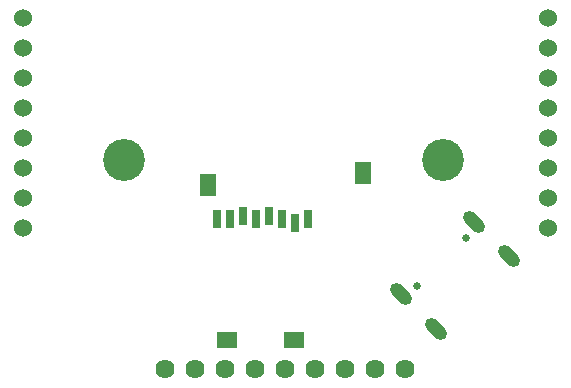
<source format=gbr>
%TF.GenerationSoftware,Altium Limited,Altium Designer,24.10.1 (45)*%
G04 Layer_Color=255*
%FSLAX45Y45*%
%MOMM*%
%TF.SameCoordinates,EEF0193C-C13F-4000-B0C4-A13F86DA6223*%
%TF.FilePolarity,Positive*%
%TF.FileFunction,Pads,Bot*%
%TF.Part,Single*%
G01*
G75*
%TA.AperFunction,ComponentPad*%
%ADD40C,1.62001*%
%ADD41C,1.52400*%
%ADD42C,0.64999*%
G04:AMPARAMS|DCode=43|XSize=2.2159mm|YSize=1.10795mm|CornerRadius=0mm|HoleSize=0mm|Usage=FLASHONLY|Rotation=135.000|XOffset=0mm|YOffset=0mm|HoleType=Round|Shape=Round|*
%AMOVALD43*
21,1,1.10795,1.10795,0.00000,0.00000,135.0*
1,1,1.10795,0.39172,-0.39172*
1,1,1.10795,-0.39172,0.39172*
%
%ADD43OVALD43*%

%TA.AperFunction,ViaPad*%
%ADD44C,3.55000*%
%TA.AperFunction,SMDPad,CuDef*%
%ADD47R,0.80000X1.50000*%
%ADD48R,1.80000X1.40000*%
%ADD49R,1.40000X1.90000*%
D40*
X1396500Y325000D02*
D03*
X1650500D02*
D03*
X1904500D02*
D03*
X2158500D02*
D03*
X2412500D02*
D03*
X2666500D02*
D03*
X2920500D02*
D03*
X3174500D02*
D03*
X3428500D02*
D03*
D41*
X4640000Y3300500D02*
D03*
Y3046500D02*
D03*
Y2792500D02*
D03*
Y2538500D02*
D03*
Y2284500D02*
D03*
Y2030500D02*
D03*
Y1776500D02*
D03*
Y1522500D02*
D03*
X190000Y1522000D02*
D03*
Y1776000D02*
D03*
Y2030000D02*
D03*
Y2284000D02*
D03*
Y2538000D02*
D03*
Y2792000D02*
D03*
Y3046000D02*
D03*
Y3300000D02*
D03*
D42*
X3533335Y1029390D02*
D03*
X3941689Y1437744D02*
D03*
D43*
X3397863Y964038D02*
D03*
X4008808Y1574983D02*
D03*
X4304384Y1279407D02*
D03*
X3693440Y668462D02*
D03*
D44*
X3750000Y2100000D02*
D03*
X1050000D02*
D03*
D47*
X1836500Y1600000D02*
D03*
X1946500D02*
D03*
X2056500Y1620000D02*
D03*
X2166500Y1600000D02*
D03*
X2276500Y1620000D02*
D03*
X2386500Y1600000D02*
D03*
X2496500Y1560000D02*
D03*
X2606500Y1600000D02*
D03*
D48*
X2487500Y570000D02*
D03*
X1917500D02*
D03*
D49*
X1757500Y1885000D02*
D03*
X3072500Y1985000D02*
D03*
%TF.MD5,7633449db5b3c08983dfebc8ddaecd93*%
M02*

</source>
